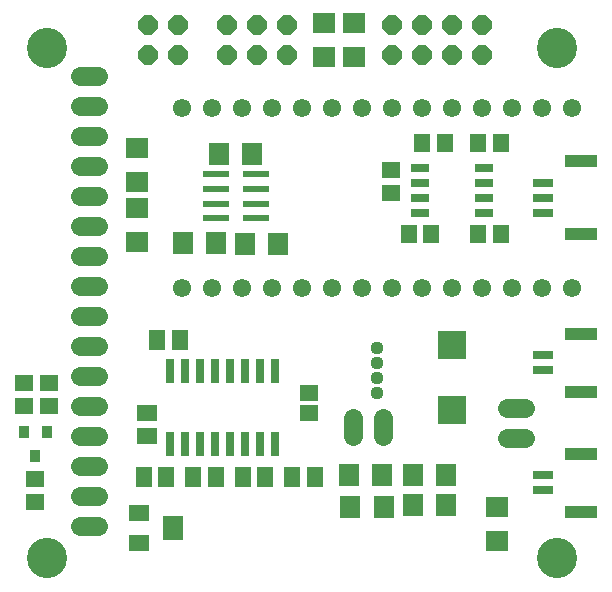
<source format=gbr>
G04 EAGLE Gerber RS-274X export*
G75*
%MOMM*%
%FSLAX34Y34*%
%LPD*%
%INSoldermask Top*%
%IPPOS*%
%AMOC8*
5,1,8,0,0,1.08239X$1,22.5*%
G01*
%ADD10C,1.117600*%
%ADD11C,1.625600*%
%ADD12R,2.301600X0.601600*%
%ADD13R,1.904600X1.701600*%
%ADD14R,1.701600X1.904600*%
%ADD15R,1.701600X1.901600*%
%ADD16C,3.403600*%
%ADD17R,2.387600X2.387600*%
%ADD18P,1.759533X8X202.500000*%
%ADD19R,1.401600X1.601600*%
%ADD20C,1.549400*%
%ADD21R,1.625600X0.711200*%
%ADD22R,1.601600X1.401600*%
%ADD23R,1.801600X0.701600*%
%ADD24R,2.801600X1.101600*%
%ADD25R,0.762000X2.133600*%
%ADD26R,1.401600X1.701600*%
%ADD27R,1.701600X1.401600*%
%ADD28R,1.701600X2.101600*%
%ADD29P,1.759533X8X22.500000*%
%ADD30R,0.889000X0.990600*%


D10*
X996696Y711708D03*
X996696Y724408D03*
X996696Y737108D03*
X996696Y749808D03*
D11*
X1001776Y690118D02*
X1001776Y674878D01*
X976376Y674878D02*
X976376Y690118D01*
D12*
X860316Y896828D03*
X860316Y884328D03*
X860316Y871828D03*
X860316Y859328D03*
X894316Y859328D03*
X894316Y871828D03*
X894316Y884328D03*
X894316Y896828D03*
D13*
X1098296Y586490D03*
X1098296Y614930D03*
X793496Y890528D03*
X793496Y918968D03*
D14*
X974221Y615188D03*
X1002661Y615188D03*
X972951Y641858D03*
X1001391Y641858D03*
D15*
X863316Y914273D03*
X891316Y914273D03*
D13*
X793496Y868168D03*
X793496Y839728D03*
D14*
X1026926Y616458D03*
X1055366Y616458D03*
X1026926Y641858D03*
X1055366Y641858D03*
D15*
X860836Y838708D03*
X832836Y838708D03*
X884906Y837438D03*
X912906Y837438D03*
D16*
X1149096Y572008D03*
X717296Y572008D03*
X717296Y1003808D03*
X1149096Y1003808D03*
D17*
X1060196Y696849D03*
X1060196Y751967D03*
D18*
X920496Y1022858D03*
X920496Y997458D03*
X895096Y1022858D03*
X895096Y997458D03*
X869696Y1022858D03*
X869696Y997458D03*
D11*
X1106551Y699008D02*
X1121791Y699008D01*
X1121791Y673608D02*
X1106551Y673608D01*
D19*
X1035139Y922846D03*
X1054139Y922846D03*
X1023709Y846011D03*
X1042709Y846011D03*
D13*
X952246Y995938D03*
X952246Y1024378D03*
X977646Y995938D03*
X977646Y1024378D03*
D20*
X1136396Y953008D03*
X1110996Y953008D03*
X1085596Y953008D03*
X1060196Y953008D03*
X1110996Y800608D03*
X1034796Y953008D03*
X1009396Y953008D03*
X983996Y953008D03*
X958596Y953008D03*
X933196Y953008D03*
X907796Y953008D03*
X882396Y953008D03*
X856996Y953008D03*
X831596Y953008D03*
X831596Y800608D03*
X856996Y800608D03*
X882396Y800608D03*
X907796Y800608D03*
X933196Y800608D03*
X958596Y800608D03*
X983996Y800608D03*
X1009396Y800608D03*
X1034796Y800608D03*
X1060196Y800608D03*
X1085596Y800608D03*
X1136396Y800608D03*
X1161796Y953008D03*
X1161796Y800608D03*
D18*
X1085596Y1022858D03*
X1085596Y997458D03*
X1060196Y1022858D03*
X1060196Y997458D03*
X1034796Y1022858D03*
X1034796Y997458D03*
X1009396Y1022858D03*
X1009396Y997458D03*
D21*
X1033272Y902208D03*
X1087120Y902208D03*
X1033272Y889508D03*
X1033272Y876808D03*
X1087120Y889508D03*
X1087120Y876808D03*
X1033272Y864108D03*
X1087120Y864108D03*
D19*
X1101446Y846011D03*
X1082446Y846011D03*
D22*
X1009079Y881278D03*
X1009079Y900278D03*
D19*
X1082446Y922846D03*
X1101446Y922846D03*
D23*
X1137739Y876808D03*
X1137739Y864308D03*
X1137739Y889308D03*
D24*
X1169739Y845808D03*
X1169739Y907808D03*
D23*
X1137421Y641758D03*
X1137421Y629258D03*
D24*
X1169421Y610758D03*
X1169421Y660258D03*
D23*
X1137421Y743358D03*
X1137421Y730858D03*
D24*
X1169421Y712358D03*
X1169421Y761858D03*
D25*
X821436Y668274D03*
X821436Y729742D03*
X834136Y668274D03*
X846836Y668274D03*
X834136Y729742D03*
X846836Y729742D03*
X859536Y668274D03*
X859536Y729742D03*
X872236Y668274D03*
X872236Y729742D03*
X884936Y668274D03*
X897636Y668274D03*
X884936Y729742D03*
X897636Y729742D03*
X910336Y668274D03*
X910336Y729742D03*
D22*
X939546Y694318D03*
X939546Y711318D03*
D26*
X883056Y640588D03*
X902056Y640588D03*
X943966Y640588D03*
X924966Y640588D03*
X860146Y640588D03*
X841146Y640588D03*
X818236Y640588D03*
X799236Y640588D03*
D27*
X802386Y675538D03*
X802386Y694538D03*
D26*
X810666Y756158D03*
X829666Y756158D03*
D27*
X795506Y610108D03*
D28*
X824506Y597408D03*
D27*
X795506Y584708D03*
D11*
X760476Y598678D02*
X745236Y598678D01*
X745236Y624078D02*
X760476Y624078D01*
X760476Y649478D02*
X745236Y649478D01*
X745236Y674878D02*
X760476Y674878D01*
X760476Y700278D02*
X745236Y700278D01*
X745236Y725678D02*
X760476Y725678D01*
X760476Y751078D02*
X745236Y751078D01*
X745236Y776478D02*
X760476Y776478D01*
X760476Y801878D02*
X745236Y801878D01*
X745236Y827278D02*
X760476Y827278D01*
X760476Y852678D02*
X745236Y852678D01*
X745236Y878078D02*
X760476Y878078D01*
X760476Y903478D02*
X745236Y903478D01*
X745236Y928878D02*
X760476Y928878D01*
X760476Y954278D02*
X745236Y954278D01*
X745236Y979678D02*
X760476Y979678D01*
D29*
X802640Y997712D03*
X802640Y1023112D03*
X828040Y997712D03*
X828040Y1023112D03*
D30*
X717042Y678688D03*
X697738Y678688D03*
X707390Y658368D03*
D22*
X697992Y719684D03*
X697992Y700684D03*
X719328Y719684D03*
X719328Y700684D03*
X707644Y638404D03*
X707644Y619404D03*
M02*

</source>
